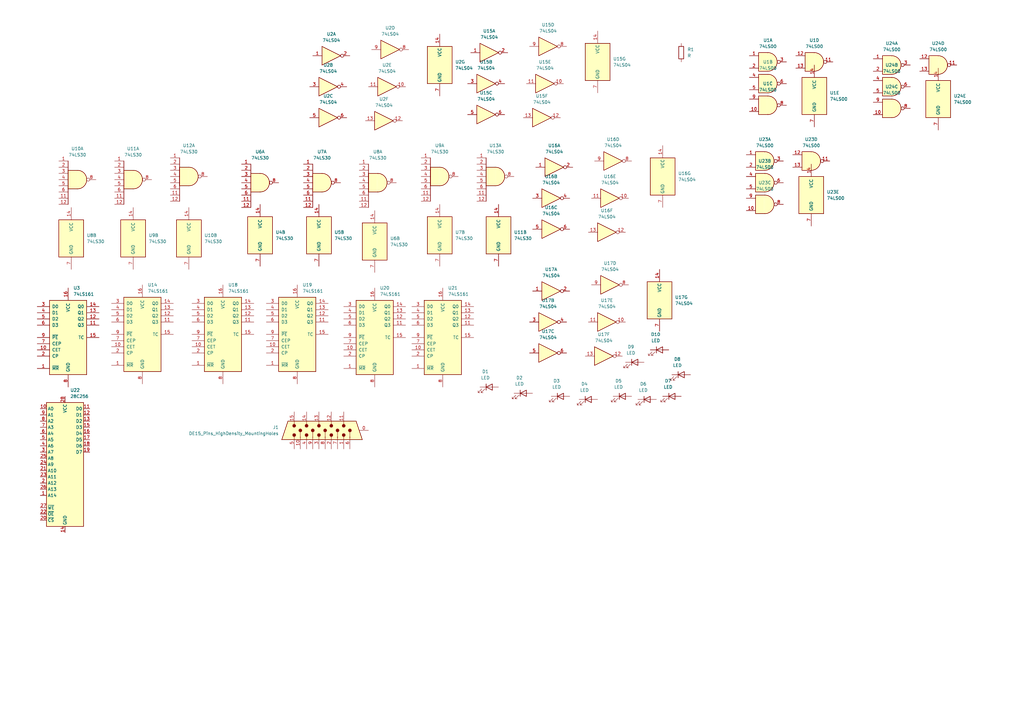
<source format=kicad_sch>
(kicad_sch (version 20250114) (generator "eeschema") (generator_version "9.0")
  (paper "A3")
  (title_block (title "8-Bit GPU") (date "2025-10-06"))
  (lib_symbols
    (symbol "74xx:74LS00" (pin_names (offset 1.016))
      (property "Reference" "U" (at 0 1.27 0))
      (property "Value" "74LS00" (at 0 -1.27 0))
      (symbol "74LS00_1_1"
        (arc (start 0 3.81) (mid 3.7934 0) (end 0 -3.81) (stroke (width 0.254)) (fill (type background)))
        (polyline (pts (xy 0 3.81) (xy -3.81 3.81) (xy -3.81 -3.81) (xy 0 -3.81)) (stroke (width 0.254)) (fill (type background)))
        (pin input line (at -7.62 2.54 0) (length 3.81) (name "~") (number "1"))
        (pin input line (at -7.62 -2.54 0) (length 3.81) (name "~") (number "2"))
        (pin output inverted (at 7.62 0 180) (length 3.81) (name "~") (number "3"))
      )
      (symbol "74LS00_1_2"
        (arc (start -3.81 3.81) (mid -2.589 0) (end -3.81 -3.81) (stroke (width 0.254)))
        (polyline (pts (xy -3.81 3.81) (xy -0.635 3.81)) (stroke (width 0.254)) (fill (type background)))
        (polyline (pts (xy -3.81 -3.81) (xy -0.635 -3.81)) (stroke (width 0.254)) (fill (type background)))
        (arc (start 3.81 0) (mid 2.1855 -2.584) (end -0.6096 -3.81) (stroke (width 0.254)) (fill (type background)))
        (arc (start -0.6096 3.81) (mid 2.1928 2.5924) (end 3.81 0) (stroke (width 0.254)) (fill (type background)))
        (polyline (pts (xy -0.635 3.81) (xy -3.81 3.81) (xy -3.81 3.81) (xy -3.556 3.4036) (xy -3.0226 2.2606) (xy -2.6924 1.0414) (xy -2.6162 -0.254) (xy -2.7686 -1.4986) (xy -3.175 -2.7178) (xy -3.81 -3.81) (xy -3.81 -3.81) (xy -0.635 -3.81)) (stroke (width -25.4)) (fill (type background)))
        (pin input inverted (at -7.62 2.54 0) (length 4.318) (name "~") (number "1"))
        (pin input inverted (at -7.62 -2.54 0) (length 4.318) (name "~") (number "2"))
        (pin output line (at 7.62 0 180) (length 3.81) (name "~") (number "3"))
      )
      (symbol "74LS00_2_1"
        (arc (start 0 3.81) (mid 3.7934 0) (end 0 -3.81) (stroke (width 0.254)) (fill (type background)))
        (polyline (pts (xy 0 3.81) (xy -3.81 3.81) (xy -3.81 -3.81) (xy 0 -3.81)) (stroke (width 0.254)) (fill (type background)))
        (pin input line (at -7.62 2.54 0) (length 3.81) (name "~") (number "4"))
        (pin input line (at -7.62 -2.54 0) (length 3.81) (name "~") (number "5"))
        (pin output inverted (at 7.62 0 180) (length 3.81) (name "~") (number "6"))
      )
      (symbol "74LS00_2_2"
        (arc (start -3.81 3.81) (mid -2.589 0) (end -3.81 -3.81) (stroke (width 0.254)))
        (polyline (pts (xy -3.81 3.81) (xy -0.635 3.81)) (stroke (width 0.254)) (fill (type background)))
        (polyline (pts (xy -3.81 -3.81) (xy -0.635 -3.81)) (stroke (width 0.254)) (fill (type background)))
        (arc (start 3.81 0) (mid 2.1855 -2.584) (end -0.6096 -3.81) (stroke (width 0.254)) (fill (type background)))
        (arc (start -0.6096 3.81) (mid 2.1928 2.5924) (end 3.81 0) (stroke (width 0.254)) (fill (type background)))
        (polyline (pts (xy -0.635 3.81) (xy -3.81 3.81) (xy -3.81 3.81) (xy -3.556 3.4036) (xy -3.0226 2.2606) (xy -2.6924 1.0414) (xy -2.6162 -0.254) (xy -2.7686 -1.4986) (xy -3.175 -2.7178) (xy -3.81 -3.81) (xy -3.81 -3.81) (xy -0.635 -3.81)) (stroke (width -25.4)) (fill (type background)))
        (pin input inverted (at -7.62 2.54 0) (length 4.318) (name "~") (number "4"))
        (pin input inverted (at -7.62 -2.54 0) (length 4.318) (name "~") (number "5"))
        (pin output line (at 7.62 0 180) (length 3.81) (name "~") (number "6"))
      )
      (symbol "74LS00_3_1"
        (arc (start 0 3.81) (mid 3.7934 0) (end 0 -3.81) (stroke (width 0.254)) (fill (type background)))
        (polyline (pts (xy 0 3.81) (xy -3.81 3.81) (xy -3.81 -3.81) (xy 0 -3.81)) (stroke (width 0.254)) (fill (type background)))
        (pin input line (at -7.62 2.54 0) (length 3.81) (name "~") (number "9"))
        (pin input line (at -7.62 -2.54 0) (length 3.81) (name "~") (number "10"))
        (pin output inverted (at 7.62 0 180) (length 3.81) (name "~") (number "8"))
      )
      (symbol "74LS00_3_2"
        (arc (start -3.81 3.81) (mid -2.589 0) (end -3.81 -3.81) (stroke (width 0.254)))
        (polyline (pts (xy -3.81 3.81) (xy -0.635 3.81)) (stroke (width 0.254)) (fill (type background)))
        (polyline (pts (xy -3.81 -3.81) (xy -0.635 -3.81)) (stroke (width 0.254)) (fill (type background)))
        (arc (start 3.81 0) (mid 2.1855 -2.584) (end -0.6096 -3.81) (stroke (width 0.254)) (fill (type background)))
        (arc (start -0.6096 3.81) (mid 2.1928 2.5924) (end 3.81 0) (stroke (width 0.254)) (fill (type background)))
        (polyline (pts (xy -0.635 3.81) (xy -3.81 3.81) (xy -3.81 3.81) (xy -3.556 3.4036) (xy -3.0226 2.2606) (xy -2.6924 1.0414) (xy -2.6162 -0.254) (xy -2.7686 -1.4986) (xy -3.175 -2.7178) (xy -3.81 -3.81) (xy -3.81 -3.81) (xy -0.635 -3.81)) (stroke (width -25.4)) (fill (type background)))
        (pin input inverted (at -7.62 2.54 0) (length 4.318) (name "~") (number "9"))
        (pin input inverted (at -7.62 -2.54 0) (length 4.318) (name "~") (number "10"))
        (pin output line (at 7.62 0 180) (length 3.81) (name "~") (number "8"))
      )
      (symbol "74LS00_4_1"
        (arc (start 0 3.81) (mid 3.7934 0) (end 0 -3.81) (stroke (width 0.254)) (fill (type background)))
        (polyline (pts (xy 0 3.81) (xy -3.81 3.81) (xy -3.81 -3.81) (xy 0 -3.81)) (stroke (width 0.254)) (fill (type background)))
        (pin input line (at -7.62 2.54 0) (length 3.81) (name "~") (number "12"))
        (pin input line (at -7.62 -2.54 0) (length 3.81) (name "~") (number "13"))
        (pin output inverted (at 7.62 0 180) (length 3.81) (name "~") (number "11"))
      )
      (symbol "74LS00_4_2"
        (arc (start -3.81 3.81) (mid -2.589 0) (end -3.81 -3.81) (stroke (width 0.254)))
        (polyline (pts (xy -3.81 3.81) (xy -0.635 3.81)) (stroke (width 0.254)) (fill (type background)))
        (polyline (pts (xy -3.81 -3.81) (xy -0.635 -3.81)) (stroke (width 0.254)) (fill (type background)))
        (arc (start 3.81 0) (mid 2.1855 -2.584) (end -0.6096 -3.81) (stroke (width 0.254)) (fill (type background)))
        (arc (start -0.6096 3.81) (mid 2.1928 2.5924) (end 3.81 0) (stroke (width 0.254)) (fill (type background)))
        (polyline (pts (xy -0.635 3.81) (xy -3.81 3.81) (xy -3.81 3.81) (xy -3.556 3.4036) (xy -3.0226 2.2606) (xy -2.6924 1.0414) (xy -2.6162 -0.254) (xy -2.7686 -1.4986) (xy -3.175 -2.7178) (xy -3.81 -3.81) (xy -3.81 -3.81) (xy -0.635 -3.81)) (stroke (width -25.4)) (fill (type background)))
        (pin input inverted (at -7.62 2.54 0) (length 4.318) (name "~") (number "12"))
        (pin input inverted (at -7.62 -2.54 0) (length 4.318) (name "~") (number "13"))
        (pin output line (at 7.62 0 180) (length 3.81) (name "~") (number "11"))
      )
      (symbol "74LS00_5_0"
        (pin power_in line (at 0 12.7 270) (length 5.08) (name "VCC") (number "14"))
        (pin power_in line (at 0 -12.7 90) (length 5.08) (name "GND") (number "7"))
      )
      (symbol "74LS00_5_1"
        (rectangle (start -5.08 7.62) (end 5.08 -7.62) (stroke (width 0.254)) (fill (type background)))
      )
    )
    (symbol "74xx:74LS04"
      (property "Reference" "U" (at 0 1.27 0))
      (property "Value" "74LS04" (at 0 -1.27 0))
      (symbol "74LS04_1_0"
        (polyline (pts (xy -3.81 3.81) (xy -3.81 -3.81) (xy 3.81 0) (xy -3.81 3.81)) (stroke (width 0.254)) (fill (type background)))
        (pin input line (at -7.62 0 0) (length 3.81) (name "~") (number "1"))
        (pin output inverted (at 7.62 0 180) (length 3.81) (name "~") (number "2"))
      )
      (symbol "74LS04_2_0"
        (polyline (pts (xy -3.81 3.81) (xy -3.81 -3.81) (xy 3.81 0) (xy -3.81 3.81)) (stroke (width 0.254)) (fill (type background)))
        (pin input line (at -7.62 0 0) (length 3.81) (name "~") (number "3"))
        (pin output inverted (at 7.62 0 180) (length 3.81) (name "~") (number "4"))
      )
      (symbol "74LS04_3_0"
        (polyline (pts (xy -3.81 3.81) (xy -3.81 -3.81) (xy 3.81 0) (xy -3.81 3.81)) (stroke (width 0.254)) (fill (type background)))
        (pin input line (at -7.62 0 0) (length 3.81) (name "~") (number "5"))
        (pin output inverted (at 7.62 0 180) (length 3.81) (name "~") (number "6"))
      )
      (symbol "74LS04_4_0"
        (polyline (pts (xy -3.81 3.81) (xy -3.81 -3.81) (xy 3.81 0) (xy -3.81 3.81)) (stroke (width 0.254)) (fill (type background)))
        (pin input line (at -7.62 0 0) (length 3.81) (name "~") (number "9"))
        (pin output inverted (at 7.62 0 180) (length 3.81) (name "~") (number "8"))
      )
      (symbol "74LS04_5_0"
        (polyline (pts (xy -3.81 3.81) (xy -3.81 -3.81) (xy 3.81 0) (xy -3.81 3.81)) (stroke (width 0.254)) (fill (type background)))
        (pin input line (at -7.62 0 0) (length 3.81) (name "~") (number "11"))
        (pin output inverted (at 7.62 0 180) (length 3.81) (name "~") (number "10"))
      )
      (symbol "74LS04_6_0"
        (polyline (pts (xy -3.81 3.81) (xy -3.81 -3.81) (xy 3.81 0) (xy -3.81 3.81)) (stroke (width 0.254)) (fill (type background)))
        (pin input line (at -7.62 0 0) (length 3.81) (name "~") (number "13"))
        (pin output inverted (at 7.62 0 180) (length 3.81) (name "~") (number "12"))
      )
      (symbol "74LS04_7_0"
        (pin power_in line (at 0 12.7 270) (length 5.08) (name "VCC") (number "14"))
        (pin power_in line (at 0 -12.7 90) (length 5.08) (name "GND") (number "7"))
      )
      (symbol "74LS04_7_1"
        (rectangle (start -5.08 7.62) (end 5.08 -7.62) (stroke (width 0.254)) (fill (type background)))
      )
    )
    (symbol "74xx:74LS161" (pin_names (offset 1.016))
      (property "Reference" "U" (at -7.62 16.51 0))
      (property "Value" "74LS161" (at -7.62 -16.51 0))
      (symbol "74LS161_1_0"
        (pin input line (at -12.7 12.7 0) (length 5.08) (name "D0") (number "3"))
        (pin input line (at -12.7 10.16 0) (length 5.08) (name "D1") (number "4"))
        (pin input line (at -12.7 7.62 0) (length 5.08) (name "D2") (number "5"))
        (pin input line (at -12.7 5.08 0) (length 5.08) (name "D3") (number "6"))
        (pin input line (at -12.7 0 0) (length 5.08) (name "~{PE}") (number "9"))
        (pin input line (at -12.7 -2.54 0) (length 5.08) (name "CEP") (number "7"))
        (pin input line (at -12.7 -5.08 0) (length 5.08) (name "CET") (number "10"))
        (pin input line (at -12.7 -7.62 0) (length 5.08) (name "CP") (number "2"))
        (pin input line (at -12.7 -12.7 0) (length 5.08) (name "~{MR}") (number "1"))
        (pin power_in line (at 0 20.32 270) (length 5.08) (name "VCC") (number "16"))
        (pin power_in line (at 0 -20.32 90) (length 5.08) (name "GND") (number "8"))
        (pin output line (at 12.7 12.7 180) (length 5.08) (name "Q0") (number "14"))
        (pin output line (at 12.7 10.16 180) (length 5.08) (name "Q1") (number "13"))
        (pin output line (at 12.7 7.62 180) (length 5.08) (name "Q2") (number "12"))
        (pin output line (at 12.7 5.08 180) (length 5.08) (name "Q3") (number "11"))
        (pin output line (at 12.7 0 180) (length 5.08) (name "TC") (number "15"))
      )
      (symbol "74LS161_1_1"
        (rectangle (start -7.62 15.24) (end 7.62 -15.24) (stroke (width 0.254)) (fill (type background)))
      )
    )
    (symbol "74xx:74LS30" (pin_names (offset 1.016))
      (property "Reference" "U" (at 0 1.27 0))
      (property "Value" "74LS30" (at 0 -1.27 0))
      (symbol "74LS30_1_1"
        (polyline (pts (xy -3.81 7.62) (xy -3.81 -10.16)) (stroke (width 0.254)))
        (arc (start 0 3.81) (mid 3.7934 0) (end 0 -3.81) (stroke (width 0.254)) (fill (type background)))
        (polyline (pts (xy 0 3.81) (xy -3.81 3.81) (xy -3.81 -3.81) (xy 0 -3.81)) (stroke (width 0.254)) (fill (type background)))
        (pin input line (at -7.62 7.62 0) (length 3.81) (name "~") (number "1"))
        (pin input line (at -7.62 5.08 0) (length 3.81) (name "~") (number "2"))
        (pin input line (at -7.62 2.54 0) (length 3.81) (name "~") (number "3"))
        (pin input line (at -7.62 0 0) (length 3.81) (name "~") (number "4"))
        (pin input line (at -7.62 -2.54 0) (length 3.81) (name "~") (number "5"))
        (pin input line (at -7.62 -5.08 0) (length 3.81) (name "~") (number "6"))
        (pin input line (at -7.62 -7.62 0) (length 3.81) (name "~") (number "11"))
        (pin input line (at -7.62 -10.16 0) (length 3.81) (name "~") (number "12"))
        (pin output inverted (at 7.62 0 180) (length 3.81) (name "~") (number "8"))
      )
      (symbol "74LS30_1_2"
        (arc (start -3.81 3.81) (mid -2.589 0) (end -3.81 -3.81) (stroke (width 0.254)))
        (polyline (pts (xy -3.81 7.62) (xy -3.81 3.81)) (stroke (width 0.254)))
        (polyline (pts (xy -3.81 3.81) (xy -0.635 3.81)) (stroke (width 0.254)) (fill (type background)))
        (polyline (pts (xy -3.81 -3.81) (xy -3.81 -10.16)) (stroke (width 0.254)))
        (polyline (pts (xy -3.81 -3.81) (xy -0.635 -3.81)) (stroke (width 0.254)) (fill (type background)))
        (arc (start 3.81 0) (mid 2.1855 -2.584) (end -0.6096 -3.81) (stroke (width 0.254)) (fill (type background)))
        (arc (start -0.6096 3.81) (mid 2.1928 2.5924) (end 3.81 0) (stroke (width 0.254)) (fill (type background)))
        (polyline (pts (xy -0.635 3.81) (xy -3.81 3.81) (xy -3.81 3.81) (xy -3.556 3.4036) (xy -3.0226 2.2606) (xy -2.6924 1.0414) (xy -2.6162 -0.254) (xy -2.7686 -1.4986) (xy -3.175 -2.7178) (xy -3.81 -3.81) (xy -3.81 -3.81) (xy -0.635 -3.81)) (stroke (width -25.4)) (fill (type background)))
        (pin input inverted (at -7.62 7.62 0) (length 3.81) (name "~") (number "1"))
        (pin input inverted (at -7.62 5.08 0) (length 3.81) (name "~") (number "2"))
        (pin input inverted (at -7.62 2.54 0) (length 4.5466) (name "~") (number "3"))
        (pin input inverted (at -7.62 0 0) (length 5.08) (name "~") (number "4"))
        (pin input inverted (at -7.62 -2.54 0) (length 4.5466) (name "~") (number "5"))
        (pin input inverted (at -7.62 -5.08 0) (length 3.81) (name "~") (number "6"))
        (pin input inverted (at -7.62 -7.62 0) (length 3.81) (name "~") (number "11"))
        (pin input inverted (at -7.62 -10.16 0) (length 3.81) (name "~") (number "12"))
        (pin output line (at 7.62 0 180) (length 3.81) (name "~") (number "8"))
      )
      (symbol "74LS30_2_0"
        (pin power_in line (at 0 12.7 270) (length 5.08) (name "VCC") (number "14"))
        (pin power_in line (at 0 -12.7 90) (length 5.08) (name "GND") (number "7"))
      )
      (symbol "74LS30_2_1"
        (rectangle (start -5.08 7.62) (end 5.08 -7.62) (stroke (width 0.254)) (fill (type background)))
      )
    )
    (symbol "Connector:DE15_Pins_HighDensity_MountingHoles" (pin_names (offset 1.016) (hide yes))
      (property "Reference" "J" (at 0 21.59 0))
      (property "Value" "DE15_Pins_HighDensity_MountingHoles" (at 0 19.05 0))
      (symbol "DE15_Pins_HighDensity_MountingHoles_0_1"
        (polyline (pts (xy -3.81 17.78) (xy -3.81 -15.24) (xy 3.81 -12.7) (xy 3.81 15.24) (xy -3.81 17.78)) (stroke (width 0.254)) (fill (type background)))
        (polyline (pts (xy -3.175 -5.08) (xy -0.635 -5.08)))
        (circle (center -1.905 12.7) (radius 0.635) (fill (type outline)))
        (circle (center -1.905 7.62) (radius 0.635) (fill (type outline)))
        (circle (center -1.905 2.54) (radius 0.635) (fill (type outline)))
        (circle (center -1.905 -2.54) (radius 0.635) (fill (type outline)))
        (circle (center -1.905 -7.62) (radius 0.635) (fill (type outline)))
        (polyline (pts (xy -0.635 10.16) (xy -3.175 10.16)))
        (polyline (pts (xy -0.635 5.08) (xy -3.175 5.08)))
        (polyline (pts (xy -0.635 0) (xy -3.175 0)))
        (polyline (pts (xy -0.635 -10.16) (xy -3.175 -10.16)))
        (circle (center 0 10.16) (radius 0.635) (fill (type outline)))
        (circle (center 0 5.08) (radius 0.635) (fill (type outline)))
        (circle (center 0 0) (radius 0.635) (fill (type outline)))
        (circle (center 0 -5.08) (radius 0.635) (fill (type outline)))
        (circle (center 0 -10.16) (radius 0.635) (fill (type outline)))
        (circle (center 1.905 12.7) (radius 0.635) (fill (type outline)))
        (circle (center 1.905 7.62) (radius 0.635) (fill (type outline)))
        (circle (center 1.905 2.54) (radius 0.635) (fill (type outline)))
        (circle (center 1.905 -2.54) (radius 0.635) (fill (type outline)))
        (circle (center 1.905 -7.62) (radius 0.635) (fill (type outline)))
      )
      (symbol "DE15_Pins_HighDensity_MountingHoles_1_1"
        (pin passive line (at -7.62 12.7 0) (length 5.08) (name "~") (number "5"))
        (pin passive line (at -7.62 10.16 0) (length 5.08) (name "~") (number "10"))
        (pin passive line (at -7.62 7.62 0) (length 5.08) (name "~") (number "4"))
        (pin passive line (at -7.62 5.08 0) (length 5.08) (name "~") (number "9"))
        (pin passive line (at -7.62 2.54 0) (length 5.08) (name "~") (number "3"))
        (pin passive line (at -7.62 0 0) (length 5.08) (name "~") (number "8"))
        (pin passive line (at -7.62 -2.54 0) (length 5.08) (name "~") (number "2"))
        (pin passive line (at -7.62 -5.08 0) (length 5.08) (name "~") (number "7"))
        (pin passive line (at -7.62 -7.62 0) (length 5.08) (name "~") (number "1"))
        (pin passive line (at -7.62 -10.16 0) (length 5.08) (name "~") (number "6"))
        (pin passive line (at 0 -17.78 90) (length 3.81) (name "~") (number "0"))
        (pin passive line (at 7.62 12.7 180) (length 5.08) (name "~") (number "15"))
        (pin passive line (at 7.62 7.62 180) (length 5.08) (name "~") (number "14"))
        (pin passive line (at 7.62 2.54 180) (length 5.08) (name "~") (number "13"))
        (pin passive line (at 7.62 -2.54 180) (length 5.08) (name "~") (number "12"))
        (pin passive line (at 7.62 -7.62 180) (length 5.08) (name "~") (number "11"))
      )
    )
    (symbol "Device:LED" (pin_numbers (hide yes)) (pin_names (offset 1.016) (hide yes))
      (property "Reference" "D" (at 0 2.54 0))
      (property "Value" "LED" (at 0 -2.54 0))
      (symbol "LED_0_1"
        (polyline (pts (xy -3.048 -0.762) (xy -4.572 -2.286) (xy -3.81 -2.286) (xy -4.572 -2.286) (xy -4.572 -1.524)))
        (polyline (pts (xy -1.778 -0.762) (xy -3.302 -2.286) (xy -2.54 -2.286) (xy -3.302 -2.286) (xy -3.302 -1.524)))
        (polyline (pts (xy -1.27 0) (xy 1.27 0)))
        (polyline (pts (xy -1.27 -1.27) (xy -1.27 1.27)) (stroke (width 0.254)))
        (polyline (pts (xy 1.27 -1.27) (xy 1.27 1.27) (xy -1.27 0) (xy 1.27 -1.27)) (stroke (width 0.254)))
      )
      (symbol "LED_1_1"
        (pin passive line (at -3.81 0 0) (length 2.54) (name "K") (number "1"))
        (pin passive line (at 3.81 0 180) (length 2.54) (name "A") (number "2"))
      )
    )
    (symbol "Device:R" (pin_numbers (hide yes)) (pin_names (offset 0))
      (property "Reference" "R" (at 2.032 0 90))
      (property "Value" "R" (at 0 0 90))
      (symbol "R_0_1"
        (rectangle (start -1.016 -2.54) (end 1.016 2.54) (stroke (width 0.254)))
      )
      (symbol "R_1_1"
        (pin passive line (at 0 3.81 270) (length 1.27) (name "~") (number "1"))
        (pin passive line (at 0 -3.81 90) (length 1.27) (name "~") (number "2"))
      )
    )
    (symbol "Memory_EEPROM:28C256"
      (property "Reference" "U" (at -7.62 26.67 0))
      (property "Value" "28C256" (at 2.54 -26.67 0))
      (symbol "28C256_1_1"
        (rectangle (start -7.62 25.4) (end 7.62 -25.4) (stroke (width 0.254)) (fill (type background)))
        (pin input line (at -10.16 22.86 0) (length 2.54) (name "A0") (number "10"))
        (pin input line (at -10.16 20.32 0) (length 2.54) (name "A1") (number "9"))
        (pin input line (at -10.16 17.78 0) (length 2.54) (name "A2") (number "8"))
        (pin input line (at -10.16 15.24 0) (length 2.54) (name "A3") (number "7"))
        (pin input line (at -10.16 12.7 0) (length 2.54) (name "A4") (number "6"))
        (pin input line (at -10.16 10.16 0) (length 2.54) (name "A5") (number "5"))
        (pin input line (at -10.16 7.62 0) (length 2.54) (name "A6") (number "4"))
        (pin input line (at -10.16 5.08 0) (length 2.54) (name "A7") (number "3"))
        (pin input line (at -10.16 2.54 0) (length 2.54) (name "A8") (number "25"))
        (pin input line (at -10.16 0 0) (length 2.54) (name "A9") (number "24"))
        (pin input line (at -10.16 -2.54 0) (length 2.54) (name "A10") (number "21"))
        (pin input line (at -10.16 -5.08 0) (length 2.54) (name "A11") (number "23"))
        (pin input line (at -10.16 -7.62 0) (length 2.54) (name "A12") (number "2"))
        (pin input line (at -10.16 -10.16 0) (length 2.54) (name "A13") (number "26"))
        (pin input line (at -10.16 -12.7 0) (length 2.54) (name "A14") (number "1"))
        (pin input line (at -10.16 -17.78 0) (length 2.54) (name "~{WE}") (number "27"))
        (pin input line (at -10.16 -20.32 0) (length 2.54) (name "~{OE}") (number "22"))
        (pin input line (at -10.16 -22.86 0) (length 2.54) (name "~{CS}") (number "20"))
        (pin power_in line (at 0 27.94 270) (length 2.54) (name "VCC") (number "28"))
        (pin power_in line (at 0 -27.94 90) (length 2.54) (name "GND") (number "14"))
        (pin tri_state line (at 10.16 22.86 180) (length 2.54) (name "D0") (number "11"))
        (pin tri_state line (at 10.16 20.32 180) (length 2.54) (name "D1") (number "12"))
        (pin tri_state line (at 10.16 17.78 180) (length 2.54) (name "D2") (number "13"))
        (pin tri_state line (at 10.16 15.24 180) (length 2.54) (name "D3") (number "15"))
        (pin tri_state line (at 10.16 12.7 180) (length 2.54) (name "D4") (number "16"))
        (pin tri_state line (at 10.16 10.16 180) (length 2.54) (name "D5") (number "17"))
        (pin tri_state line (at 10.16 7.62 180) (length 2.54) (name "D6") (number "18"))
        (pin tri_state line (at 10.16 5.08 180) (length 2.54) (name "D7") (number "19"))
      )
    )
  )
  (symbol (lib_id "74xx:74LS30") (at 154.94 74.93 0) (unit 1)
    (property "Reference" "U8" (at 154.9317 62.23 0))
    (property "Value" "74LS30" (at 154.9317 64.77 0))
    (property "Datasheet" "http://www.ti.com/lit/gpn/sn74LS30" (effects (hide yes)))
    (property "Description" "8-input NAND" (effects (hide yes)))
  )
  (symbol (lib_id "Device:LED") (at 265.43 163.83 0) (unit 1)
    (property "Reference" "D6" (at 263.8425 157.48 0))
    (property "Value" "LED" (at 263.8425 160.02 0))
    (property "Description" "Light emitting diode" (effects (hide yes)))
    (property "Sim.Pins" "1=K 2=A" (effects (hide yes)))
  )
  (symbol (lib_id "74xx:74LS04") (at 224.79 19.05 0) (unit 4)
    (property "Reference" "U15" (at 224.79 10.16 0))
    (property "Value" "74LS04" (at 224.79 12.7 0))
    (property "Datasheet" "http://www.ti.com/lit/gpn/sn74LS04" (effects (hide yes)))
    (property "Description" "Hex Inverter" (effects (hide yes)))
  )
  (symbol (lib_id "74xx:74LS04") (at 158.75 35.56 0) (unit 5)
    (property "Reference" "U2" (at 158.75 26.67 0))
    (property "Value" "74LS04" (at 158.75 29.21 0))
    (property "Datasheet" "http://www.ti.com/lit/gpn/sn74LS04" (effects (hide yes)))
    (property "Description" "Hex Inverter" (effects (hide yes)))
  )
  (symbol (lib_id "74xx:74LS04") (at 134.62 48.26 0) (unit 3)
    (property "Reference" "U2" (at 134.62 39.37 0))
    (property "Value" "74LS04" (at 134.62 41.91 0))
    (property "Datasheet" "http://www.ti.com/lit/gpn/sn74LS04" (effects (hide yes)))
    (property "Description" "Hex Inverter" (effects (hide yes)))
  )
  (symbol (lib_id "74xx:74LS30") (at 153.67 99.06 0) (unit 2)
    (property "Reference" "U6" (at 160.02 97.7899 0) (effects (justify left)))
    (property "Value" "74LS30" (at 160.02 100.3299 0) (effects (justify left)))
    (property "Datasheet" "http://www.ti.com/lit/gpn/sn74LS30" (effects (hide yes)))
    (property "Description" "8-input NAND" (effects (hide yes)))
  )
  (symbol (lib_id "74xx:74LS161") (at 58.42 137.16 0) (unit 1)
    (property "Reference" "U14" (at 60.5633 116.84 0) (effects (justify left)))
    (property "Value" "74LS161" (at 60.5633 119.38 0) (effects (justify left)))
    (property "Datasheet" "http://www.ti.com/lit/gpn/sn74LS161" (effects (hide yes)))
    (property "Description" "Synchronous 4-bit programmable binary Counter" (effects (hide yes)))
  )
  (symbol (lib_id "Device:R") (at 279.4 21.59 0) (unit 1)
    (property "Reference" "R1" (at 281.94 20.3199 0) (effects (justify left)))
    (property "Value" "R" (at 281.94 22.8599 0) (effects (justify left)))
    (property "Description" "Resistor" (effects (hide yes)))
  )
  (symbol (lib_id "74xx:74LS04") (at 248.92 132.08 0) (unit 5)
    (property "Reference" "U17" (at 248.92 123.19 0))
    (property "Value" "74LS04" (at 248.92 125.73 0))
    (property "Datasheet" "http://www.ti.com/lit/gpn/sn74LS04" (effects (hide yes)))
    (property "Description" "Hex Inverter" (effects (hide yes)))
  )
  (symbol (lib_id "74xx:74LS04") (at 160.02 20.32 0) (unit 4)
    (property "Reference" "U2" (at 160.02 11.43 0))
    (property "Value" "74LS04" (at 160.02 13.97 0))
    (property "Datasheet" "http://www.ti.com/lit/gpn/sn74LS04" (effects (hide yes)))
    (property "Description" "Hex Inverter" (effects (hide yes)))
  )
  (symbol (lib_id "Device:LED") (at 229.87 162.56 0) (unit 1)
    (property "Reference" "D3" (at 228.2825 156.21 0))
    (property "Value" "LED" (at 228.2825 158.75 0))
    (property "Description" "Light emitting diode" (effects (hide yes)))
    (property "Sim.Pins" "1=K 2=A" (effects (hide yes)))
  )
  (symbol (lib_id "74xx:74LS30") (at 132.08 74.93 0) (unit 1)
    (property "Reference" "U7" (at 132.0717 62.23 0))
    (property "Value" "74LS30" (at 132.0717 64.77 0))
    (property "Datasheet" "http://www.ti.com/lit/gpn/sn74LS30" (effects (hide yes)))
    (property "Description" "8-input NAND" (effects (hide yes)))
  )
  (symbol (lib_id "74xx:74LS04") (at 271.78 72.39 0) (unit 7)
    (property "Reference" "U16" (at 278.13 71.1199 0) (effects (justify left)))
    (property "Value" "74LS04" (at 278.13 73.6599 0) (effects (justify left)))
    (property "Datasheet" "http://www.ti.com/lit/gpn/sn74LS04" (effects (hide yes)))
    (property "Description" "Hex Inverter" (effects (hide yes)))
  )
  (symbol (lib_id "74xx:74LS04") (at 134.62 35.56 0) (unit 2)
    (property "Reference" "U2" (at 134.62 26.67 0))
    (property "Value" "74LS04" (at 134.62 29.21 0))
    (property "Datasheet" "http://www.ti.com/lit/gpn/sn74LS04" (effects (hide yes)))
    (property "Description" "Hex Inverter" (effects (hide yes)))
  )
  (symbol (lib_id "74xx:74LS161") (at 153.67 138.43 0) (unit 1)
    (property "Reference" "U20" (at 155.8133 118.11 0) (effects (justify left)))
    (property "Value" "74LS161" (at 155.8133 120.65 0) (effects (justify left)))
    (property "Datasheet" "http://www.ti.com/lit/gpn/sn74LS161" (effects (hide yes)))
    (property "Description" "Synchronous 4-bit programmable binary Counter" (effects (hide yes)))
  )
  (symbol (lib_id "74xx:74LS04") (at 199.39 46.99 0) (unit 3)
    (property "Reference" "U15" (at 199.39 38.1 0))
    (property "Value" "74LS04" (at 199.39 40.64 0))
    (property "Datasheet" "http://www.ti.com/lit/gpn/sn74LS04" (effects (hide yes)))
    (property "Description" "Hex Inverter" (effects (hide yes)))
  )
  (symbol (lib_id "74xx:74LS30") (at 29.21 97.79 0) (unit 2)
    (property "Reference" "U8" (at 35.56 96.5199 0) (effects (justify left)))
    (property "Value" "74LS30" (at 35.56 99.0599 0) (effects (justify left)))
    (property "Datasheet" "http://www.ti.com/lit/gpn/sn74LS30" (effects (hide yes)))
    (property "Description" "8-input NAND" (effects (hide yes)))
  )
  (symbol (lib_id "Device:LED") (at 200.66 158.75 0) (unit 1)
    (property "Reference" "D1" (at 199.0725 152.4 0))
    (property "Value" "LED" (at 199.0725 154.94 0))
    (property "Description" "Light emitting diode" (effects (hide yes)))
    (property "Sim.Pins" "1=K 2=A" (effects (hide yes)))
  )
  (symbol (lib_id "74xx:74LS04") (at 227.33 68.58 0) (unit 1)
    (property "Reference" "U16" (at 227.33 59.69 0))
    (property "Value" "74LS04" (at 227.33 62.23 0))
    (property "Datasheet" "http://www.ti.com/lit/gpn/sn74LS04" (effects (hide yes)))
    (property "Description" "Hex Inverter" (effects (hide yes)))
  )
  (symbol (lib_id "74xx:74LS161") (at 27.94 138.43 0) (unit 1)
    (property "Reference" "U3" (at 30.0833 118.11 0) (effects (justify left)))
    (property "Value" "74LS161" (at 30.0833 120.65 0) (effects (justify left)))
    (property "Datasheet" "http://www.ti.com/lit/gpn/sn74LS161" (effects (hide yes)))
    (property "Description" "Synchronous 4-bit programmable binary Counter" (effects (hide yes)))
  )
  (symbol (lib_id "74xx:74LS04") (at 247.65 146.05 0) (unit 6)
    (property "Reference" "U17" (at 247.65 137.16 0))
    (property "Value" "74LS04" (at 247.65 139.7 0))
    (property "Datasheet" "http://www.ti.com/lit/gpn/sn74LS04" (effects (hide yes)))
    (property "Description" "Hex Inverter" (effects (hide yes)))
  )
  (symbol (lib_id "Device:LED") (at 241.3 163.83 0) (unit 1)
    (property "Reference" "D4" (at 239.7125 157.48 0))
    (property "Value" "LED" (at 239.7125 160.02 0))
    (property "Description" "Light emitting diode" (effects (hide yes)))
    (property "Sim.Pins" "1=K 2=A" (effects (hide yes)))
  )
  (symbol (lib_id "Device:LED") (at 270.51 143.51 0) (unit 1)
    (property "Reference" "D10" (at 268.9225 137.16 0))
    (property "Value" "LED" (at 268.9225 139.7 0))
    (property "Description" "Light emitting diode" (effects (hide yes)))
    (property "Sim.Pins" "1=K 2=A" (effects (hide yes)))
  )
  (symbol (lib_id "74xx:74LS04") (at 135.89 22.86 0) (unit 1)
    (property "Reference" "U2" (at 135.89 13.97 0))
    (property "Value" "74LS04" (at 135.89 16.51 0))
    (property "Datasheet" "http://www.ti.com/lit/gpn/sn74LS04" (effects (hide yes)))
    (property "Description" "Hex Inverter" (effects (hide yes)))
  )
  (symbol (lib_id "74xx:74LS00") (at 332.74 80.01 0) (unit 5)
    (property "Reference" "U23" (at 339.09 78.7399 0) (effects (justify left)))
    (property "Value" "74LS00" (at 339.09 81.2799 0) (effects (justify left)))
    (property "Datasheet" "http://www.ti.com/lit/gpn/sn74ls00" (effects (hide yes)))
    (property "Description" "quad 2-input NAND gate" (effects (hide yes)))
  )
  (symbol (lib_id "74xx:74LS161") (at 91.44 137.16 0) (unit 1)
    (property "Reference" "U18" (at 93.5833 116.84 0) (effects (justify left)))
    (property "Value" "74LS161" (at 93.5833 119.38 0) (effects (justify left)))
    (property "Datasheet" "http://www.ti.com/lit/gpn/sn74LS161" (effects (hide yes)))
    (property "Description" "Synchronous 4-bit programmable binary Counter" (effects (hide yes)))
  )
  (symbol (lib_id "74xx:74LS04") (at 222.25 48.26 0) (unit 6)
    (property "Reference" "U15" (at 222.25 39.37 0))
    (property "Value" "74LS04" (at 222.25 41.91 0))
    (property "Datasheet" "http://www.ti.com/lit/gpn/sn74LS04" (effects (hide yes)))
    (property "Description" "Hex Inverter" (effects (hide yes)))
  )
  (symbol (lib_id "74xx:74LS161") (at 121.92 137.16 0) (unit 1)
    (property "Reference" "U19" (at 124.0633 116.84 0) (effects (justify left)))
    (property "Value" "74LS161" (at 124.0633 119.38 0) (effects (justify left)))
    (property "Datasheet" "http://www.ti.com/lit/gpn/sn74LS161" (effects (hide yes)))
    (property "Description" "Synchronous 4-bit programmable binary Counter" (effects (hide yes)))
  )
  (symbol (lib_id "Memory_EEPROM:28C256") (at 26.67 190.5 0) (unit 1)
    (property "Reference" "U22" (at 28.8133 160.02 0) (effects (justify left)))
    (property "Value" "28C256" (at 28.8133 162.56 0) (effects (justify left)))
    (property "Datasheet" "http://ww1.microchip.com/downloads/en/DeviceDoc/doc0006.pdf" (effects (hide yes)))
    (property "Description" "Paged Parallel EEPROM 256Kb (32K x 8), DIP-28/SOIC-28" (effects (hide yes)))
  )
  (symbol (lib_id "74xx:74LS04") (at 251.46 66.04 0) (unit 4)
    (property "Reference" "U16" (at 251.46 57.15 0))
    (property "Value" "74LS04" (at 251.46 59.69 0))
    (property "Datasheet" "http://www.ti.com/lit/gpn/sn74LS04" (effects (hide yes)))
    (property "Description" "Hex Inverter" (effects (hide yes)))
  )
  (symbol (lib_id "74xx:74LS30") (at 54.61 97.79 0) (unit 2)
    (property "Reference" "U9" (at 60.96 96.5199 0) (effects (justify left)))
    (property "Value" "74LS30" (at 60.96 99.0599 0) (effects (justify left)))
    (property "Datasheet" "http://www.ti.com/lit/gpn/sn74LS30" (effects (hide yes)))
    (property "Description" "8-input NAND" (effects (hide yes)))
  )
  (symbol (lib_id "74xx:74LS00") (at 334.01 25.4 0) (unit 4)
    (property "Reference" "U1" (at 334.0017 16.51 0))
    (property "Value" "74LS00" (at 334.0017 19.05 0))
    (property "Datasheet" "http://www.ti.com/lit/gpn/sn74ls00" (effects (hide yes)))
    (property "Description" "quad 2-input NAND gate" (effects (hide yes)))
  )
  (symbol (lib_id "74xx:74LS04") (at 248.92 95.25 0) (unit 6)
    (property "Reference" "U16" (at 248.92 86.36 0))
    (property "Value" "74LS04" (at 248.92 88.9 0))
    (property "Datasheet" "http://www.ti.com/lit/gpn/sn74LS04" (effects (hide yes)))
    (property "Description" "Hex Inverter" (effects (hide yes)))
  )
  (symbol (lib_id "Device:LED") (at 279.4 153.67 0) (unit 1)
    (property "Reference" "D8" (at 277.8125 147.32 0))
    (property "Value" "LED" (at 277.8125 149.86 0))
    (property "Description" "Light emitting diode" (effects (hide yes)))
    (property "Sim.Pins" "1=K 2=A" (effects (hide yes)))
  )
  (symbol (lib_id "74xx:74LS04") (at 199.39 34.29 0) (unit 2)
    (property "Reference" "U15" (at 199.39 25.4 0))
    (property "Value" "74LS04" (at 199.39 27.94 0))
    (property "Datasheet" "http://www.ti.com/lit/gpn/sn74LS04" (effects (hide yes)))
    (property "Description" "Hex Inverter" (effects (hide yes)))
  )
  (symbol (lib_id "74xx:74LS04") (at 224.79 144.78 0) (unit 3)
    (property "Reference" "U17" (at 224.79 135.89 0))
    (property "Value" "74LS04" (at 224.79 138.43 0))
    (property "Datasheet" "http://www.ti.com/lit/gpn/sn74LS04" (effects (hide yes)))
    (property "Description" "Hex Inverter" (effects (hide yes)))
  )
  (symbol (lib_id "74xx:74LS30") (at 180.34 96.52 0) (unit 2)
    (property "Reference" "U7" (at 186.69 95.2499 0) (effects (justify left)))
    (property "Value" "74LS30" (at 186.69 97.7899 0) (effects (justify left)))
    (property "Datasheet" "http://www.ti.com/lit/gpn/sn74LS30" (effects (hide yes)))
    (property "Description" "8-input NAND" (effects (hide yes)))
  )
  (symbol (lib_id "74xx:74LS04") (at 200.66 21.59 0) (unit 1)
    (property "Reference" "U15" (at 200.66 12.7 0))
    (property "Value" "74LS04" (at 200.66 15.24 0))
    (property "Datasheet" "http://www.ti.com/lit/gpn/sn74LS04" (effects (hide yes)))
    (property "Description" "Hex Inverter" (effects (hide yes)))
  )
  (symbol (lib_id "74xx:74LS04") (at 270.51 123.19 0) (unit 7)
    (property "Reference" "U17" (at 276.86 121.9199 0) (effects (justify left)))
    (property "Value" "74LS04" (at 276.86 124.4599 0) (effects (justify left)))
    (property "Datasheet" "http://www.ti.com/lit/gpn/sn74LS04" (effects (hide yes)))
    (property "Description" "Hex Inverter" (effects (hide yes)))
  )
  (symbol (lib_id "74xx:74LS04") (at 226.06 81.28 0) (unit 2)
    (property "Reference" "U16" (at 226.06 72.39 0))
    (property "Value" "74LS04" (at 226.06 74.93 0))
    (property "Datasheet" "http://www.ti.com/lit/gpn/sn74LS04" (effects (hide yes)))
    (property "Description" "Hex Inverter" (effects (hide yes)))
  )
  (symbol (lib_id "74xx:74LS04") (at 245.11 25.4 0) (unit 7)
    (property "Reference" "U15" (at 251.46 24.1299 0) (effects (justify left)))
    (property "Value" "74LS04" (at 251.46 26.6699 0) (effects (justify left)))
    (property "Datasheet" "http://www.ti.com/lit/gpn/sn74LS04" (effects (hide yes)))
    (property "Description" "Hex Inverter" (effects (hide yes)))
  )
  (symbol (lib_id "74xx:74LS04") (at 226.06 119.38 0) (unit 1)
    (property "Reference" "U17" (at 226.06 110.49 0))
    (property "Value" "74LS04" (at 226.06 113.03 0))
    (property "Datasheet" "http://www.ti.com/lit/gpn/sn74LS04" (effects (hide yes)))
    (property "Description" "Hex Inverter" (effects (hide yes)))
  )
  (symbol (lib_id "74xx:74LS00") (at 313.69 74.93 0) (unit 2)
    (property "Reference" "U23" (at 313.6817 66.04 0))
    (property "Value" "74LS00" (at 313.6817 68.58 0))
    (property "Datasheet" "http://www.ti.com/lit/gpn/sn74ls00" (effects (hide yes)))
    (property "Description" "quad 2-input NAND gate" (effects (hide yes)))
  )
  (symbol (lib_id "74xx:74LS00") (at 334.01 39.37 0) (unit 5)
    (property "Reference" "U1" (at 340.36 38.0999 0) (effects (justify left)))
    (property "Value" "74LS00" (at 340.36 40.6399 0) (effects (justify left)))
    (property "Datasheet" "http://www.ti.com/lit/gpn/sn74ls00" (effects (hide yes)))
    (property "Description" "quad 2-input NAND gate" (effects (hide yes)))
  )
  (symbol (lib_id "Device:LED") (at 275.59 162.56 0) (unit 1)
    (property "Reference" "D7" (at 274.0025 156.21 0))
    (property "Value" "LED" (at 274.0025 158.75 0))
    (property "Description" "Light emitting diode" (effects (hide yes)))
    (property "Sim.Pins" "1=K 2=A" (effects (hide yes)))
  )
  (symbol (lib_id "Device:LED") (at 255.27 162.56 0) (unit 1)
    (property "Reference" "D5" (at 253.6825 156.21 0))
    (property "Value" "LED" (at 253.6825 158.75 0))
    (property "Description" "Light emitting diode" (effects (hide yes)))
    (property "Sim.Pins" "1=K 2=A" (effects (hide yes)))
  )
  (symbol (lib_id "74xx:74LS30") (at 77.47 97.79 0) (unit 2)
    (property "Reference" "U10" (at 83.82 96.5199 0) (effects (justify left)))
    (property "Value" "74LS30" (at 83.82 99.0599 0) (effects (justify left)))
    (property "Datasheet" "http://www.ti.com/lit/gpn/sn74LS30" (effects (hide yes)))
    (property "Description" "8-input NAND" (effects (hide yes)))
  )
  (symbol (lib_id "74xx:74LS04") (at 224.79 132.08 0) (unit 2)
    (property "Reference" "U17" (at 224.79 123.19 0))
    (property "Value" "74LS04" (at 224.79 125.73 0))
    (property "Datasheet" "http://www.ti.com/lit/gpn/sn74LS04" (effects (hide yes)))
    (property "Description" "Hex Inverter" (effects (hide yes)))
  )
  (symbol (lib_id "74xx:74LS30") (at 54.61 73.66 0) (unit 1)
    (property "Reference" "U11" (at 54.6017 60.96 0))
    (property "Value" "74LS30" (at 54.6017 63.5 0))
    (property "Datasheet" "http://www.ti.com/lit/gpn/sn74LS30" (effects (hide yes)))
    (property "Description" "8-input NAND" (effects (hide yes)))
  )
  (symbol (lib_id "74xx:74LS00") (at 313.69 83.82 0) (unit 3)
    (property "Reference" "U23" (at 313.6817 74.93 0))
    (property "Value" "74LS00" (at 313.6817 77.47 0))
    (property "Datasheet" "http://www.ti.com/lit/gpn/sn74ls00" (effects (hide yes)))
    (property "Description" "quad 2-input NAND gate" (effects (hide yes)))
  )
  (symbol (lib_id "Device:LED") (at 214.63 161.29 0) (unit 1)
    (property "Reference" "D2" (at 213.0425 154.94 0))
    (property "Value" "LED" (at 213.0425 157.48 0))
    (property "Description" "Light emitting diode" (effects (hide yes)))
    (property "Sim.Pins" "1=K 2=A" (effects (hide yes)))
  )
  (symbol (lib_id "74xx:74LS00") (at 384.81 40.64 0) (unit 5)
    (property "Reference" "U24" (at 391.16 39.3699 0) (effects (justify left)))
    (property "Value" "74LS00" (at 391.16 41.9099 0) (effects (justify left)))
    (property "Datasheet" "http://www.ti.com/lit/gpn/sn74ls00" (effects (hide yes)))
    (property "Description" "quad 2-input NAND gate" (effects (hide yes)))
  )
  (symbol (lib_id "74xx:74LS00") (at 365.76 44.45 0) (unit 3)
    (property "Reference" "U24" (at 365.7517 35.56 0))
    (property "Value" "74LS00" (at 365.7517 38.1 0))
    (property "Datasheet" "http://www.ti.com/lit/gpn/sn74ls00" (effects (hide yes)))
    (property "Description" "quad 2-input NAND gate" (effects (hide yes)))
  )
  (symbol (lib_id "74xx:74LS04") (at 223.52 34.29 0) (unit 5)
    (property "Reference" "U15" (at 223.52 25.4 0))
    (property "Value" "74LS04" (at 223.52 27.94 0))
    (property "Datasheet" "http://www.ti.com/lit/gpn/sn74LS04" (effects (hide yes)))
    (property "Description" "Hex Inverter" (effects (hide yes)))
  )
  (symbol (lib_id "74xx:74LS00") (at 365.76 35.56 0) (unit 2)
    (property "Reference" "U24" (at 365.7517 26.67 0))
    (property "Value" "74LS00" (at 365.7517 29.21 0))
    (property "Datasheet" "http://www.ti.com/lit/gpn/sn74ls00" (effects (hide yes)))
    (property "Description" "quad 2-input NAND gate" (effects (hide yes)))
  )
  (symbol (lib_id "74xx:74LS00") (at 314.96 34.29 0) (unit 2)
    (property "Reference" "U1" (at 314.9517 25.4 0))
    (property "Value" "74LS00" (at 314.9517 27.94 0))
    (property "Datasheet" "http://www.ti.com/lit/gpn/sn74ls00" (effects (hide yes)))
    (property "Description" "quad 2-input NAND gate" (effects (hide yes)))
  )
  (symbol (lib_id "74xx:74LS30") (at 77.47 72.39 0) (unit 1)
    (property "Reference" "U12" (at 77.4617 59.69 0))
    (property "Value" "74LS30" (at 77.4617 62.23 0))
    (property "Datasheet" "http://www.ti.com/lit/gpn/sn74LS30" (effects (hide yes)))
    (property "Description" "8-input NAND" (effects (hide yes)))
  )
  (symbol (lib_id "74xx:74LS00") (at 314.96 25.4 0) (unit 1)
    (property "Reference" "U1" (at 314.9517 16.51 0))
    (property "Value" "74LS00" (at 314.9517 19.05 0))
    (property "Datasheet" "http://www.ti.com/lit/gpn/sn74ls00" (effects (hide yes)))
    (property "Description" "quad 2-input NAND gate" (effects (hide yes)))
  )
  (symbol (lib_id "74xx:74LS30") (at 180.34 72.39 0) (unit 1)
    (property "Reference" "U9" (at 180.3317 59.69 0))
    (property "Value" "74LS30" (at 180.3317 62.23 0))
    (property "Datasheet" "http://www.ti.com/lit/gpn/sn74LS30" (effects (hide yes)))
    (property "Description" "8-input NAND" (effects (hide yes)))
  )
  (symbol (lib_id "Connector:DE15_Pins_HighDensity_MountingHoles") (at 133.35 176.53 90) (unit 1)
    (property "Reference" "J1" (at 114.3 175.2599 90) (effects (justify left)))
    (property "Value" "DE15_Pins_HighDensity_MountingHoles" (at 114.3 177.7999 90) (effects (justify left)))
    (property "Description" "15-pin male plug socket D-SUB connector, High density (3 columns), Triple Row, Generic, VGA-connector, Mounting Hole" (effects (hide yes)))
  )
  (symbol (lib_id "74xx:74LS00") (at 365.76 26.67 0) (unit 1)
    (property "Reference" "U24" (at 365.7517 17.78 0))
    (property "Value" "74LS00" (at 365.7517 20.32 0))
    (property "Datasheet" "http://www.ti.com/lit/gpn/sn74ls00" (effects (hide yes)))
    (property "Description" "quad 2-input NAND gate" (effects (hide yes)))
  )
  (symbol (lib_id "74xx:74LS00") (at 314.96 43.18 0) (unit 3)
    (property "Reference" "U1" (at 314.9517 34.29 0))
    (property "Value" "74LS00" (at 314.9517 36.83 0))
    (property "Datasheet" "http://www.ti.com/lit/gpn/sn74ls00" (effects (hide yes)))
    (property "Description" "quad 2-input NAND gate" (effects (hide yes)))
  )
  (symbol (lib_id "74xx:74LS30") (at 31.75 73.66 0) (unit 1)
    (property "Reference" "U10" (at 31.7417 60.96 0))
    (property "Value" "74LS30" (at 31.7417 63.5 0))
    (property "Datasheet" "http://www.ti.com/lit/gpn/sn74LS30" (effects (hide yes)))
    (property "Description" "8-input NAND" (effects (hide yes)))
  )
  (symbol (lib_id "74xx:74LS30") (at 130.81 96.52 0) (unit 2)
    (property "Reference" "U5" (at 137.16 95.2499 0) (effects (justify left)))
    (property "Value" "74LS30" (at 137.16 97.7899 0) (effects (justify left)))
    (property "Datasheet" "http://www.ti.com/lit/gpn/sn74LS30" (effects (hide yes)))
    (property "Description" "8-input NAND" (effects (hide yes)))
  )
  (symbol (lib_id "74xx:74LS04") (at 157.48 49.53 0) (unit 6)
    (property "Reference" "U2" (at 157.48 40.64 0))
    (property "Value" "74LS04" (at 157.48 43.18 0))
    (property "Datasheet" "http://www.ti.com/lit/gpn/sn74LS04" (effects (hide yes)))
    (property "Description" "Hex Inverter" (effects (hide yes)))
  )
  (symbol (lib_id "74xx:74LS30") (at 106.68 96.52 0) (unit 2)
    (property "Reference" "U4" (at 113.03 95.2499 0) (effects (justify left)))
    (property "Value" "74LS30" (at 113.03 97.7899 0) (effects (justify left)))
    (property "Datasheet" "http://www.ti.com/lit/gpn/sn74LS30" (effects (hide yes)))
    (property "Description" "8-input NAND" (effects (hide yes)))
  )
  (symbol (lib_id "Device:LED") (at 260.35 148.59 0) (unit 1)
    (property "Reference" "D9" (at 258.7625 142.24 0))
    (property "Value" "LED" (at 258.7625 144.78 0))
    (property "Description" "Light emitting diode" (effects (hide yes)))
    (property "Sim.Pins" "1=K 2=A" (effects (hide yes)))
  )
  (symbol (lib_id "74xx:74LS30") (at 204.47 96.52 0) (unit 2)
    (property "Reference" "U11" (at 210.82 95.2499 0) (effects (justify left)))
    (property "Value" "74LS30" (at 210.82 97.7899 0) (effects (justify left)))
    (property "Datasheet" "http://www.ti.com/lit/gpn/sn74LS30" (effects (hide yes)))
    (property "Description" "8-input NAND" (effects (hide yes)))
  )
  (symbol (lib_id "74xx:74LS04") (at 226.06 93.98 0) (unit 3)
    (property "Reference" "U16" (at 226.06 85.09 0))
    (property "Value" "74LS04" (at 226.06 87.63 0))
    (property "Datasheet" "http://www.ti.com/lit/gpn/sn74LS04" (effects (hide yes)))
    (property "Description" "Hex Inverter" (effects (hide yes)))
  )
  (symbol (lib_id "74xx:74LS00") (at 384.81 26.67 0) (unit 4)
    (property "Reference" "U24" (at 384.8017 17.78 0))
    (property "Value" "74LS00" (at 384.8017 20.32 0))
    (property "Datasheet" "http://www.ti.com/lit/gpn/sn74ls00" (effects (hide yes)))
    (property "Description" "quad 2-input NAND gate" (effects (hide yes)))
  )
  (symbol (lib_id "74xx:74LS00") (at 332.74 66.04 0) (unit 4)
    (property "Reference" "U23" (at 332.7317 57.15 0))
    (property "Value" "74LS00" (at 332.7317 59.69 0))
    (property "Datasheet" "http://www.ti.com/lit/gpn/sn74ls00" (effects (hide yes)))
    (property "Description" "quad 2-input NAND gate" (effects (hide yes)))
  )
  (symbol (lib_id "74xx:74LS30") (at 203.2 72.39 0) (unit 1)
    (property "Reference" "U13" (at 203.1917 59.69 0))
    (property "Value" "74LS30" (at 203.1917 62.23 0))
    (property "Datasheet" "http://www.ti.com/lit/gpn/sn74LS30" (effects (hide yes)))
    (property "Description" "8-input NAND" (effects (hide yes)))
  )
  (symbol (lib_id "74xx:74LS00") (at 313.69 66.04 0) (unit 1)
    (property "Reference" "U23" (at 313.6817 57.15 0))
    (property "Value" "74LS00" (at 313.6817 59.69 0))
    (property "Datasheet" "http://www.ti.com/lit/gpn/sn74ls00" (effects (hide yes)))
    (property "Description" "quad 2-input NAND gate" (effects (hide yes)))
  )
  (symbol (lib_id "74xx:74LS30") (at 106.68 74.93 0) (unit 1)
    (property "Reference" "U6" (at 106.6717 62.23 0))
    (property "Value" "74LS30" (at 106.6717 64.77 0))
    (property "Datasheet" "http://www.ti.com/lit/gpn/sn74LS30" (effects (hide yes)))
    (property "Description" "8-input NAND" (effects (hide yes)))
  )
  (symbol (lib_id "74xx:74LS04") (at 250.19 116.84 0) (unit 4)
    (property "Reference" "U17" (at 250.19 107.95 0))
    (property "Value" "74LS04" (at 250.19 110.49 0))
    (property "Datasheet" "http://www.ti.com/lit/gpn/sn74LS04" (effects (hide yes)))
    (property "Description" "Hex Inverter" (effects (hide yes)))
  )
  (symbol (lib_id "74xx:74LS04") (at 180.34 26.67 0) (unit 7)
    (property "Reference" "U2" (at 186.69 25.3999 0) (effects (justify left)))
    (property "Value" "74LS04" (at 186.69 27.9399 0) (effects (justify left)))
    (property "Datasheet" "http://www.ti.com/lit/gpn/sn74LS04" (effects (hide yes)))
    (property "Description" "Hex Inverter" (effects (hide yes)))
  )
  (symbol (lib_id "74xx:74LS04") (at 250.19 81.28 0) (unit 5)
    (property "Reference" "U16" (at 250.19 72.39 0))
    (property "Value" "74LS04" (at 250.19 74.93 0))
    (property "Datasheet" "http://www.ti.com/lit/gpn/sn74LS04" (effects (hide yes)))
    (property "Description" "Hex Inverter" (effects (hide yes)))
  )
  (symbol (lib_id "74xx:74LS161") (at 181.61 138.43 0) (unit 1)
    (property "Reference" "U21" (at 183.7533 118.11 0) (effects (justify left)))
    (property "Value" "74LS161" (at 183.7533 120.65 0) (effects (justify left)))
    (property "Datasheet" "http://www.ti.com/lit/gpn/sn74LS161" (effects (hide yes)))
    (property "Description" "Synchronous 4-bit programmable binary Counter" (effects (hide yes)))
  )
)
</source>
